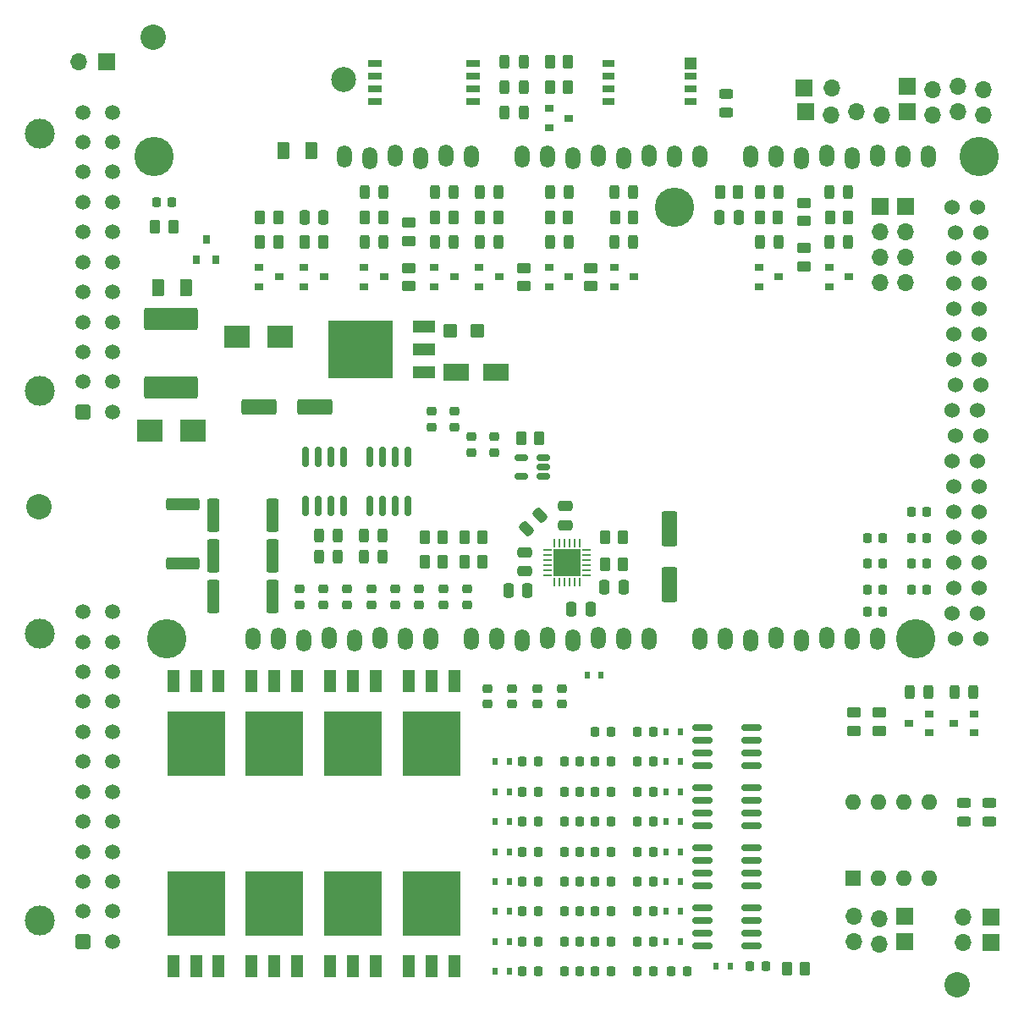
<source format=gts>
G04 #@! TF.GenerationSoftware,KiCad,Pcbnew,7.0.7+dfsg-1*
G04 #@! TF.CreationDate,2024-05-02T13:52:24+03:00*
G04 #@! TF.ProjectId,UA4C-vC5,55413443-2d76-4433-952e-6b696361645f,C5*
G04 #@! TF.SameCoordinates,Original*
G04 #@! TF.FileFunction,Soldermask,Top*
G04 #@! TF.FilePolarity,Negative*
%FSLAX46Y46*%
G04 Gerber Fmt 4.6, Leading zero omitted, Abs format (unit mm)*
G04 Created by KiCad (PCBNEW 7.0.7+dfsg-1) date 2024-05-02 13:52:24*
%MOMM*%
%LPD*%
G01*
G04 APERTURE LIST*
G04 Aperture macros list*
%AMRoundRect*
0 Rectangle with rounded corners*
0 $1 Rounding radius*
0 $2 $3 $4 $5 $6 $7 $8 $9 X,Y pos of 4 corners*
0 Add a 4 corners polygon primitive as box body*
4,1,4,$2,$3,$4,$5,$6,$7,$8,$9,$2,$3,0*
0 Add four circle primitives for the rounded corners*
1,1,$1+$1,$2,$3*
1,1,$1+$1,$4,$5*
1,1,$1+$1,$6,$7*
1,1,$1+$1,$8,$9*
0 Add four rect primitives between the rounded corners*
20,1,$1+$1,$2,$3,$4,$5,0*
20,1,$1+$1,$4,$5,$6,$7,0*
20,1,$1+$1,$6,$7,$8,$9,0*
20,1,$1+$1,$8,$9,$2,$3,0*%
G04 Aperture macros list end*
%ADD10R,0.900000X0.800000*%
%ADD11RoundRect,0.150000X-0.150000X0.825000X-0.150000X-0.825000X0.150000X-0.825000X0.150000X0.825000X0*%
%ADD12RoundRect,0.218750X0.256250X-0.218750X0.256250X0.218750X-0.256250X0.218750X-0.256250X-0.218750X0*%
%ADD13RoundRect,0.218750X-0.218750X-0.256250X0.218750X-0.256250X0.218750X0.256250X-0.218750X0.256250X0*%
%ADD14RoundRect,0.218750X0.218750X0.256250X-0.218750X0.256250X-0.218750X-0.256250X0.218750X-0.256250X0*%
%ADD15R,1.346200X0.685800*%
%ADD16R,1.700000X1.700000*%
%ADD17O,1.700000X1.700000*%
%ADD18R,0.800000X0.900000*%
%ADD19C,3.000000*%
%ADD20RoundRect,0.250001X0.499999X-0.499999X0.499999X0.499999X-0.499999X0.499999X-0.499999X-0.499999X0*%
%ADD21C,1.500000*%
%ADD22R,1.600000X1.600000*%
%ADD23O,1.600000X1.600000*%
%ADD24RoundRect,0.250000X1.425000X-0.362500X1.425000X0.362500X-1.425000X0.362500X-1.425000X-0.362500X0*%
%ADD25RoundRect,0.250000X-0.362500X-1.425000X0.362500X-1.425000X0.362500X1.425000X-0.362500X1.425000X0*%
%ADD26C,2.499360*%
%ADD27C,2.540000*%
%ADD28RoundRect,0.150000X0.825000X0.150000X-0.825000X0.150000X-0.825000X-0.150000X0.825000X-0.150000X0*%
%ADD29RoundRect,0.243750X-0.243750X-0.456250X0.243750X-0.456250X0.243750X0.456250X-0.243750X0.456250X0*%
%ADD30RoundRect,0.243750X0.243750X0.456250X-0.243750X0.456250X-0.243750X-0.456250X0.243750X-0.456250X0*%
%ADD31RoundRect,0.243750X-0.456250X0.243750X-0.456250X-0.243750X0.456250X-0.243750X0.456250X0.243750X0*%
%ADD32RoundRect,0.250000X0.450000X-0.262500X0.450000X0.262500X-0.450000X0.262500X-0.450000X-0.262500X0*%
%ADD33RoundRect,0.250000X-0.262500X-0.450000X0.262500X-0.450000X0.262500X0.450000X-0.262500X0.450000X0*%
%ADD34RoundRect,0.250000X-0.450000X0.262500X-0.450000X-0.262500X0.450000X-0.262500X0.450000X0.262500X0*%
%ADD35RoundRect,0.250000X0.262500X0.450000X-0.262500X0.450000X-0.262500X-0.450000X0.262500X-0.450000X0*%
%ADD36RoundRect,0.218750X-0.256250X0.218750X-0.256250X-0.218750X0.256250X-0.218750X0.256250X0.218750X0*%
%ADD37R,0.600000X0.700000*%
%ADD38R,1.200000X2.200000*%
%ADD39R,5.800000X6.400000*%
%ADD40RoundRect,0.250000X-0.375000X-0.625000X0.375000X-0.625000X0.375000X0.625000X-0.375000X0.625000X0*%
%ADD41RoundRect,0.250000X-0.250000X-0.475000X0.250000X-0.475000X0.250000X0.475000X-0.250000X0.475000X0*%
%ADD42RoundRect,0.250000X0.250000X0.475000X-0.250000X0.475000X-0.250000X-0.475000X0.250000X-0.475000X0*%
%ADD43RoundRect,0.250000X0.550000X-1.500000X0.550000X1.500000X-0.550000X1.500000X-0.550000X-1.500000X0*%
%ADD44RoundRect,0.250000X-0.475000X0.250000X-0.475000X-0.250000X0.475000X-0.250000X0.475000X0.250000X0*%
%ADD45RoundRect,0.250000X0.475000X-0.250000X0.475000X0.250000X-0.475000X0.250000X-0.475000X-0.250000X0*%
%ADD46RoundRect,0.250000X-0.159099X0.512652X-0.512652X0.159099X0.159099X-0.512652X0.512652X-0.159099X0*%
%ADD47R,1.200000X0.800000*%
%ADD48R,1.200000X1.200000*%
%ADD49RoundRect,0.250000X2.425000X-0.887500X2.425000X0.887500X-2.425000X0.887500X-2.425000X-0.887500X0*%
%ADD50R,2.500000X1.800000*%
%ADD51R,2.500000X2.300000*%
%ADD52R,2.200000X1.200000*%
%ADD53R,6.400000X5.800000*%
%ADD54RoundRect,0.250000X-0.450000X-0.425000X0.450000X-0.425000X0.450000X0.425000X-0.450000X0.425000X0*%
%ADD55RoundRect,0.062500X0.350000X0.062500X-0.350000X0.062500X-0.350000X-0.062500X0.350000X-0.062500X0*%
%ADD56RoundRect,0.062500X0.062500X0.350000X-0.062500X0.350000X-0.062500X-0.350000X0.062500X-0.350000X0*%
%ADD57R,2.700000X2.700000*%
%ADD58RoundRect,0.250000X-1.500000X-0.550000X1.500000X-0.550000X1.500000X0.550000X-1.500000X0.550000X0*%
%ADD59RoundRect,0.150000X0.512500X0.150000X-0.512500X0.150000X-0.512500X-0.150000X0.512500X-0.150000X0*%
%ADD60C,3.937000*%
%ADD61O,1.500000X2.250000*%
%ADD62C,1.524000*%
G04 APERTURE END LIST*
D10*
X171500000Y-88550000D03*
X171500000Y-90450000D03*
X173500000Y-89500000D03*
X164500000Y-88550000D03*
X164500000Y-90450000D03*
X166500000Y-89500000D03*
X136500000Y-88550000D03*
X136500000Y-90450000D03*
X138500000Y-89500000D03*
X143500000Y-88550000D03*
X143500000Y-90450000D03*
X145500000Y-89500000D03*
X150000000Y-88550000D03*
X150000000Y-90450000D03*
X152000000Y-89500000D03*
D11*
X122955000Y-107500000D03*
X121685000Y-107500000D03*
X120415000Y-107500000D03*
X119145000Y-107500000D03*
X119145000Y-112450000D03*
X120415000Y-112450000D03*
X121685000Y-112450000D03*
X122955000Y-112450000D03*
X129360000Y-107500000D03*
X128090000Y-107500000D03*
X126820000Y-107500000D03*
X125550000Y-107500000D03*
X125550000Y-112450000D03*
X126820000Y-112450000D03*
X128090000Y-112450000D03*
X129360000Y-112450000D03*
D12*
X137300000Y-132262500D03*
X137300000Y-130687500D03*
X139800000Y-132262500D03*
X139800000Y-130687500D03*
X142300000Y-132262500D03*
X142300000Y-130687500D03*
X144800000Y-132262500D03*
X144800000Y-130687500D03*
D13*
X140812500Y-159000000D03*
X142387500Y-159000000D03*
D14*
X153887500Y-141000000D03*
X152312500Y-141000000D03*
D15*
X135914900Y-71905000D03*
X135914900Y-70635000D03*
X135914900Y-69365000D03*
X135914900Y-68095000D03*
X126085100Y-68095000D03*
X126085100Y-69365000D03*
X126085100Y-70635000D03*
X126085100Y-71905000D03*
D16*
X179295000Y-70450000D03*
D17*
X181835000Y-70730000D03*
X184375000Y-70450000D03*
X186915000Y-70730000D03*
D16*
X169135000Y-72990000D03*
D17*
X171675000Y-73270000D03*
X174215000Y-72990000D03*
X176755000Y-73270000D03*
D16*
X176650000Y-82435000D03*
D17*
X176650000Y-84975000D03*
X176650000Y-87515000D03*
X176650000Y-90055000D03*
D16*
X179190000Y-82435000D03*
D17*
X179190000Y-84975000D03*
X179190000Y-87515000D03*
X179190000Y-90055000D03*
D10*
X125000000Y-88550000D03*
X125000000Y-90450000D03*
X127000000Y-89500000D03*
X114500000Y-88550000D03*
X114500000Y-90450000D03*
X116500000Y-89500000D03*
D16*
X179295000Y-72990000D03*
D17*
X181835000Y-73270000D03*
X184375000Y-72990000D03*
X186915000Y-73270000D03*
D13*
X140812500Y-147000000D03*
X142387500Y-147000000D03*
X140812500Y-156000000D03*
X142387500Y-156000000D03*
D10*
X132000000Y-88550000D03*
X132000000Y-90450000D03*
X134000000Y-89500000D03*
D18*
X108250000Y-87750000D03*
X110150000Y-87750000D03*
X109200000Y-85750000D03*
D10*
X186000000Y-135110000D03*
X186000000Y-133210000D03*
X184000000Y-134160000D03*
X181500000Y-135120000D03*
X181500000Y-133220000D03*
X179500000Y-134170000D03*
D13*
X140812500Y-144000000D03*
X142387500Y-144000000D03*
D14*
X153887500Y-156000000D03*
X152312500Y-156000000D03*
D13*
X140812500Y-153000000D03*
X142387500Y-153000000D03*
X140812500Y-141000000D03*
X142387500Y-141000000D03*
D14*
X153887500Y-153000000D03*
X152312500Y-153000000D03*
D13*
X140812500Y-150000000D03*
X142387500Y-150000000D03*
X140812500Y-138000000D03*
X142387500Y-138000000D03*
D14*
X153887500Y-150000000D03*
X152312500Y-150000000D03*
X153887500Y-159000000D03*
X152312500Y-159000000D03*
D19*
X92505000Y-75160000D03*
X92505000Y-100860000D03*
D20*
X96825000Y-103000000D03*
D21*
X96825000Y-100000000D03*
X96825000Y-97000000D03*
X96825000Y-94000000D03*
X96825000Y-91000000D03*
X96825000Y-88000000D03*
X96825000Y-85000000D03*
X96825000Y-82000000D03*
X96825000Y-79000000D03*
X96825000Y-76000000D03*
X96825000Y-73000000D03*
X99825000Y-103000000D03*
X99825000Y-100000000D03*
X99825000Y-97000000D03*
X99825000Y-94000000D03*
X99825000Y-91000000D03*
X99825000Y-88000000D03*
X99825000Y-85000000D03*
X99825000Y-82000000D03*
X99825000Y-79000000D03*
X99825000Y-76000000D03*
X99825000Y-73000000D03*
D16*
X168995000Y-70590000D03*
D17*
X171815000Y-70590000D03*
D22*
X173920000Y-149620000D03*
D23*
X176460000Y-149620000D03*
X179000000Y-149620000D03*
X181540000Y-149620000D03*
X181540000Y-142000000D03*
X179000000Y-142000000D03*
X176460000Y-142000000D03*
X173920000Y-142000000D03*
D24*
X106850000Y-118162500D03*
X106850000Y-112237500D03*
D25*
X109937500Y-113300000D03*
X115862500Y-113300000D03*
X109937500Y-117400000D03*
X115862500Y-117400000D03*
D16*
X179040000Y-155999534D03*
D17*
X176500000Y-156279534D03*
X173960000Y-155999534D03*
D16*
X187701482Y-156129988D03*
D17*
X184881482Y-156129988D03*
D16*
X99240000Y-68000000D03*
D17*
X96420000Y-68000000D03*
D26*
X122900000Y-69700000D03*
D10*
X119000000Y-88550000D03*
X119000000Y-90450000D03*
X121000000Y-89500000D03*
D27*
X184300000Y-160350000D03*
X92500000Y-112500000D03*
X103900000Y-65500000D03*
D28*
X163775000Y-150405000D03*
X163775000Y-149135000D03*
X163775000Y-147865000D03*
X163775000Y-146595000D03*
X158825000Y-146595000D03*
X158825000Y-147865000D03*
X158825000Y-149135000D03*
X158825000Y-150405000D03*
X163775000Y-144405000D03*
X163775000Y-143135000D03*
X163775000Y-141865000D03*
X163775000Y-140595000D03*
X158825000Y-140595000D03*
X158825000Y-141865000D03*
X158825000Y-143135000D03*
X158825000Y-144405000D03*
D13*
X175312500Y-123000000D03*
X176887500Y-123000000D03*
X179712500Y-120800000D03*
X181287500Y-120800000D03*
X179712500Y-118200000D03*
X181287500Y-118200000D03*
X179712500Y-113000000D03*
X181287500Y-113000000D03*
D14*
X176887500Y-115600000D03*
X175312500Y-115600000D03*
X176887500Y-120800000D03*
X175312500Y-120800000D03*
D29*
X132062500Y-81000000D03*
X133937500Y-81000000D03*
D30*
X133937500Y-86000000D03*
X132062500Y-86000000D03*
D29*
X125062500Y-81000000D03*
X126937500Y-81000000D03*
D30*
X126937500Y-86000000D03*
X125062500Y-86000000D03*
D31*
X161250000Y-71200000D03*
X161250000Y-73075000D03*
D29*
X171562500Y-81000000D03*
X173437500Y-81000000D03*
D30*
X166437500Y-81000000D03*
X164562500Y-81000000D03*
X166437500Y-86000000D03*
X164562500Y-86000000D03*
X173437500Y-86000000D03*
X171562500Y-86000000D03*
D29*
X136562500Y-81000000D03*
X138437500Y-81000000D03*
D30*
X138437500Y-86000000D03*
X136562500Y-86000000D03*
D29*
X139062500Y-70500000D03*
X140937500Y-70500000D03*
X139062500Y-73000000D03*
X140937500Y-73000000D03*
X143562500Y-81000000D03*
X145437500Y-81000000D03*
D30*
X145437500Y-86000000D03*
X143562500Y-86000000D03*
X140937500Y-68000000D03*
X139062500Y-68000000D03*
D29*
X150062500Y-81000000D03*
X151937500Y-81000000D03*
D30*
X151937500Y-86000000D03*
X150062500Y-86000000D03*
X122337500Y-115400000D03*
X120462500Y-115400000D03*
X122337500Y-117450000D03*
X120462500Y-117450000D03*
D29*
X124962500Y-115400000D03*
X126837500Y-115400000D03*
D30*
X185937500Y-131000000D03*
X184062500Y-131000000D03*
D29*
X179562500Y-131000000D03*
X181437500Y-131000000D03*
D32*
X129500000Y-90412500D03*
X129500000Y-88587500D03*
X129500000Y-85912500D03*
X129500000Y-84087500D03*
D33*
X132087500Y-83500000D03*
X133912500Y-83500000D03*
X125087500Y-83500000D03*
X126912500Y-83500000D03*
D34*
X169000000Y-82087500D03*
X169000000Y-83912500D03*
X169000000Y-86587500D03*
X169000000Y-88412500D03*
D33*
X171587500Y-83500000D03*
X173412500Y-83500000D03*
D35*
X166412500Y-83500000D03*
X164587500Y-83500000D03*
D33*
X114587500Y-83500000D03*
X116412500Y-83500000D03*
X136587500Y-83500000D03*
X138412500Y-83500000D03*
D32*
X141000000Y-90412500D03*
X141000000Y-88587500D03*
D33*
X143587500Y-83500000D03*
X145412500Y-83500000D03*
D35*
X145412500Y-70500000D03*
X143587500Y-70500000D03*
X145412500Y-68000000D03*
X143587500Y-68000000D03*
D32*
X147700000Y-90412500D03*
X147700000Y-88587500D03*
D33*
X150087500Y-83500000D03*
X151912500Y-83500000D03*
X131037500Y-118000000D03*
X132862500Y-118000000D03*
D36*
X134000000Y-102925000D03*
X134000000Y-104500000D03*
D12*
X131750000Y-104537500D03*
X131750000Y-102962500D03*
D33*
X131037500Y-115500000D03*
X132862500Y-115500000D03*
D36*
X138000000Y-105462500D03*
X138000000Y-107037500D03*
D12*
X135750000Y-107037500D03*
X135750000Y-105462500D03*
D33*
X135037500Y-115500000D03*
X136862500Y-115500000D03*
X114587500Y-86000000D03*
X116412500Y-86000000D03*
X104087500Y-84500000D03*
X105912500Y-84500000D03*
D36*
X128100000Y-120712500D03*
X128100000Y-122287500D03*
X125700000Y-120712500D03*
X125700000Y-122287500D03*
X130500000Y-120712500D03*
X130500000Y-122287500D03*
X123300000Y-120712500D03*
X123300000Y-122287500D03*
D14*
X176887500Y-118200000D03*
X175312500Y-118200000D03*
D36*
X132900000Y-120712500D03*
X132900000Y-122287500D03*
X118500000Y-120712500D03*
X118500000Y-122287500D03*
X135300000Y-120712500D03*
X135300000Y-122287500D03*
X120900000Y-120712500D03*
X120900000Y-122287500D03*
D32*
X176500000Y-134912500D03*
X176500000Y-133087500D03*
D33*
X119087500Y-86000000D03*
X120912500Y-86000000D03*
D28*
X163775000Y-156405000D03*
X163775000Y-155135000D03*
X163775000Y-153865000D03*
X163775000Y-152595000D03*
X158825000Y-152595000D03*
X158825000Y-153865000D03*
X158825000Y-155135000D03*
X158825000Y-156405000D03*
D33*
X160587500Y-81000000D03*
X162412500Y-81000000D03*
D14*
X153887500Y-147000000D03*
X152312500Y-147000000D03*
D28*
X163775000Y-138405000D03*
X163775000Y-137135000D03*
X163775000Y-135865000D03*
X163775000Y-134595000D03*
X158825000Y-134595000D03*
X158825000Y-135865000D03*
X158825000Y-137135000D03*
X158825000Y-138405000D03*
D14*
X153887500Y-135000000D03*
X152312500Y-135000000D03*
X153887500Y-138000000D03*
X152312500Y-138000000D03*
X153887500Y-144000000D03*
X152312500Y-144000000D03*
D13*
X104212500Y-82000000D03*
X105787500Y-82000000D03*
D14*
X149687500Y-144000000D03*
X148112500Y-144000000D03*
X149687500Y-141000000D03*
X148112500Y-141000000D03*
X149687500Y-138000000D03*
X148112500Y-138000000D03*
X149687500Y-135000000D03*
X148112500Y-135000000D03*
D13*
X145012500Y-159000000D03*
X146587500Y-159000000D03*
X145012500Y-147000000D03*
X146587500Y-147000000D03*
X145012500Y-156000000D03*
X146587500Y-156000000D03*
X145012500Y-144000000D03*
X146587500Y-144000000D03*
X145012500Y-153000000D03*
X146587500Y-153000000D03*
X145012500Y-141000000D03*
X146587500Y-141000000D03*
X145012500Y-150000000D03*
X146587500Y-150000000D03*
X145012500Y-138000000D03*
X146587500Y-138000000D03*
D14*
X149687500Y-159000000D03*
X148112500Y-159000000D03*
X149687500Y-156000000D03*
X148112500Y-156000000D03*
D13*
X163612500Y-158500000D03*
X165187500Y-158500000D03*
D14*
X149687500Y-153000000D03*
X148112500Y-153000000D03*
X149687500Y-150000000D03*
X148112500Y-150000000D03*
X149687500Y-147000000D03*
X148112500Y-147000000D03*
D31*
X185000000Y-142107418D03*
X185000000Y-143982418D03*
X187500000Y-142107418D03*
X187500000Y-143982418D03*
D37*
X148700000Y-129300000D03*
X147300000Y-129300000D03*
D13*
X155712500Y-159000000D03*
X157287500Y-159000000D03*
D35*
X169112500Y-158700000D03*
X167287500Y-158700000D03*
D37*
X156600000Y-144000000D03*
X155200000Y-144000000D03*
X156600000Y-141000000D03*
X155200000Y-141000000D03*
X156600000Y-138000000D03*
X155200000Y-138000000D03*
X138100000Y-159000000D03*
X139500000Y-159000000D03*
X138100000Y-147000000D03*
X139500000Y-147000000D03*
X138100000Y-156000000D03*
X139500000Y-156000000D03*
X138100000Y-144000000D03*
X139500000Y-144000000D03*
X156600000Y-135000000D03*
X155200000Y-135000000D03*
X138100000Y-153000000D03*
X139500000Y-153000000D03*
X138100000Y-141000000D03*
X139500000Y-141000000D03*
X156600000Y-156000000D03*
X155200000Y-156000000D03*
X138100000Y-150000000D03*
X139500000Y-150000000D03*
X138100000Y-138000000D03*
X139500000Y-138000000D03*
X156600000Y-153000000D03*
X155200000Y-153000000D03*
X156600000Y-150000000D03*
X155200000Y-150000000D03*
X161600000Y-158500000D03*
X160200000Y-158500000D03*
X156600000Y-147000000D03*
X155200000Y-147000000D03*
D38*
X134000000Y-129900000D03*
D39*
X131720000Y-136200000D03*
D38*
X131720000Y-129900000D03*
X129440000Y-129900000D03*
X126150000Y-129900000D03*
X123870000Y-129900000D03*
D39*
X123870000Y-136200000D03*
D38*
X121590000Y-129900000D03*
X110450000Y-129900000D03*
D39*
X108170000Y-136200000D03*
D38*
X108170000Y-129900000D03*
X105890000Y-129900000D03*
X118300000Y-129900000D03*
X116020000Y-129900000D03*
D39*
X116020000Y-136200000D03*
D38*
X113740000Y-129900000D03*
X105890000Y-158500000D03*
D39*
X108170000Y-152200000D03*
D38*
X108170000Y-158500000D03*
X110450000Y-158500000D03*
X113740000Y-158500000D03*
D39*
X116020000Y-152200000D03*
D38*
X116020000Y-158500000D03*
X118300000Y-158500000D03*
X121590000Y-158500000D03*
D39*
X123870000Y-152200000D03*
D38*
X123870000Y-158500000D03*
X126150000Y-158500000D03*
X129440000Y-158500000D03*
D39*
X131720000Y-152200000D03*
D38*
X131720000Y-158500000D03*
X134000000Y-158500000D03*
D13*
X179712500Y-115600000D03*
X181287500Y-115600000D03*
D40*
X116950000Y-76850000D03*
X119750000Y-76850000D03*
D19*
X92505000Y-153860000D03*
X92505000Y-125160000D03*
D20*
X96825000Y-156000000D03*
D21*
X96825000Y-153000000D03*
X96825000Y-150000000D03*
X96825000Y-147000000D03*
X96825000Y-144000000D03*
X96825000Y-141000000D03*
X96825000Y-138000000D03*
X96825000Y-135000000D03*
X96825000Y-132000000D03*
X96825000Y-129000000D03*
X96825000Y-126000000D03*
X96825000Y-123000000D03*
X99825000Y-156000000D03*
X99825000Y-153000000D03*
X99825000Y-150000000D03*
X99825000Y-147000000D03*
X99825000Y-144000000D03*
X99825000Y-141000000D03*
X99825000Y-138000000D03*
X99825000Y-135000000D03*
X99825000Y-132000000D03*
X99825000Y-129000000D03*
X99825000Y-126000000D03*
X99825000Y-123000000D03*
D16*
X179040000Y-153459534D03*
D17*
X176500000Y-153739534D03*
X173960000Y-153459534D03*
D16*
X187701482Y-153589988D03*
D17*
X184881482Y-153589988D03*
D10*
X143500000Y-72650000D03*
X143500000Y-74550000D03*
X145500000Y-73600000D03*
D41*
X145750000Y-122700000D03*
X147650000Y-122700000D03*
D42*
X150950000Y-120500000D03*
X149050000Y-120500000D03*
D43*
X155500000Y-120300000D03*
X155500000Y-114700000D03*
D44*
X141100000Y-117050000D03*
X141100000Y-118950000D03*
D45*
X145100000Y-114350000D03*
X145100000Y-112450000D03*
D42*
X141350000Y-120900000D03*
X139450000Y-120900000D03*
D35*
X150912500Y-115500000D03*
X149087500Y-115500000D03*
D33*
X135037500Y-118000000D03*
X136862500Y-118000000D03*
D46*
X142571751Y-113328249D03*
X141228249Y-114671751D03*
D35*
X150912500Y-118250000D03*
X149087500Y-118250000D03*
D25*
X109937500Y-121500000D03*
X115862500Y-121500000D03*
D29*
X124962500Y-117450000D03*
X126837500Y-117450000D03*
D32*
X174000000Y-134912500D03*
X174000000Y-133087500D03*
D42*
X162450000Y-83500000D03*
X160550000Y-83500000D03*
D47*
X149450000Y-68145000D03*
X149450000Y-69415000D03*
X149450000Y-70685000D03*
X149450000Y-71955000D03*
X157650000Y-71955000D03*
X157650000Y-70685000D03*
X157650000Y-69415000D03*
D48*
X157650000Y-68145000D03*
D41*
X119050000Y-83500000D03*
X120950000Y-83500000D03*
D49*
X105700000Y-100562500D03*
X105700000Y-93737500D03*
D40*
X104400000Y-90600000D03*
X107200000Y-90600000D03*
D50*
X134200000Y-99000000D03*
X138200000Y-99000000D03*
D51*
X116600000Y-95500000D03*
X112300000Y-95500000D03*
D52*
X130950000Y-99030000D03*
X130950000Y-96750000D03*
D53*
X124650000Y-96750000D03*
D52*
X130950000Y-94470000D03*
D54*
X133650000Y-94900000D03*
X136350000Y-94900000D03*
D55*
X147262500Y-119350000D03*
X147262500Y-118850000D03*
X147262500Y-118350000D03*
X147262500Y-117850000D03*
X147262500Y-117350000D03*
X147262500Y-116850000D03*
D56*
X146550000Y-116137500D03*
X146050000Y-116137500D03*
X145550000Y-116137500D03*
X145050000Y-116137500D03*
X144550000Y-116137500D03*
X144050000Y-116137500D03*
D55*
X143337500Y-116850000D03*
X143337500Y-117350000D03*
X143337500Y-117850000D03*
X143337500Y-118350000D03*
X143337500Y-118850000D03*
X143337500Y-119350000D03*
D56*
X144050000Y-120062500D03*
X144550000Y-120062500D03*
X145050000Y-120062500D03*
X145550000Y-120062500D03*
X146050000Y-120062500D03*
X146550000Y-120062500D03*
D57*
X145300000Y-118100000D03*
D51*
X107850000Y-104900000D03*
X103550000Y-104900000D03*
D58*
X114450000Y-102500000D03*
X120050000Y-102500000D03*
D35*
X142512500Y-105600000D03*
X140687500Y-105600000D03*
D59*
X142957500Y-109450000D03*
X142957500Y-108500000D03*
X142957500Y-107550000D03*
X140682500Y-107550000D03*
X140682500Y-109450000D03*
D60*
X103980000Y-77465000D03*
X105250000Y-125725000D03*
X156050000Y-82545000D03*
X186530000Y-77465000D03*
X180180000Y-125725000D03*
D61*
X153510000Y-125725000D03*
X150970000Y-125725000D03*
X148430000Y-125585000D03*
X145890000Y-125865000D03*
X125570000Y-77605000D03*
X143350000Y-125585000D03*
X140810000Y-125865000D03*
X128110000Y-77325000D03*
D62*
X184130000Y-125725000D03*
X186670000Y-125725000D03*
D61*
X138270000Y-125725000D03*
X135730000Y-125725000D03*
X131666000Y-125725000D03*
X129126000Y-125725000D03*
X126586000Y-125585000D03*
X124046000Y-125865000D03*
X121506000Y-125585000D03*
X118966000Y-125865000D03*
X158590000Y-125725000D03*
X161130000Y-125725000D03*
X163670000Y-125865000D03*
X166210000Y-125585000D03*
X168750000Y-125865000D03*
X171290000Y-125585000D03*
X173830000Y-125725000D03*
X176370000Y-125725000D03*
D62*
X183850000Y-123185000D03*
X186390000Y-123185000D03*
X183990000Y-120645000D03*
X186530000Y-120645000D03*
X183990000Y-118105000D03*
X186530000Y-118105000D03*
X183990000Y-115565000D03*
X186530000Y-115565000D03*
X183990000Y-113025000D03*
X186530000Y-113025000D03*
X183990000Y-110485000D03*
X186530000Y-110485000D03*
X183850000Y-107945000D03*
X186390000Y-107945000D03*
X184130000Y-105405000D03*
X186670000Y-105405000D03*
X183850000Y-102865000D03*
X186390000Y-102865000D03*
X184130000Y-100325000D03*
X186670000Y-100325000D03*
X183990000Y-97785000D03*
X186530000Y-97785000D03*
X183990000Y-95245000D03*
X186530000Y-95245000D03*
X183990000Y-92705000D03*
X186530000Y-92705000D03*
X183990000Y-90165000D03*
X186530000Y-90165000D03*
X183990000Y-87625000D03*
X186530000Y-87625000D03*
X184130000Y-85085000D03*
X186670000Y-85085000D03*
D61*
X140810000Y-77465000D03*
X143350000Y-77465000D03*
X145890000Y-77605000D03*
X148430000Y-77325000D03*
X150970000Y-77605000D03*
X153510000Y-77325000D03*
X156050000Y-77465000D03*
X158590000Y-77465000D03*
X163670000Y-77465000D03*
X166210000Y-77465000D03*
X168750000Y-77605000D03*
X171290000Y-77325000D03*
X173830000Y-77605000D03*
X176370000Y-77325000D03*
X178910000Y-77465000D03*
X181450000Y-77465000D03*
X113886000Y-125725000D03*
X130650000Y-77605000D03*
X133190000Y-77325000D03*
X116426000Y-125725000D03*
D62*
X183850000Y-82545000D03*
X186390000Y-82545000D03*
D61*
X123030000Y-77465000D03*
X135730000Y-77465000D03*
M02*

</source>
